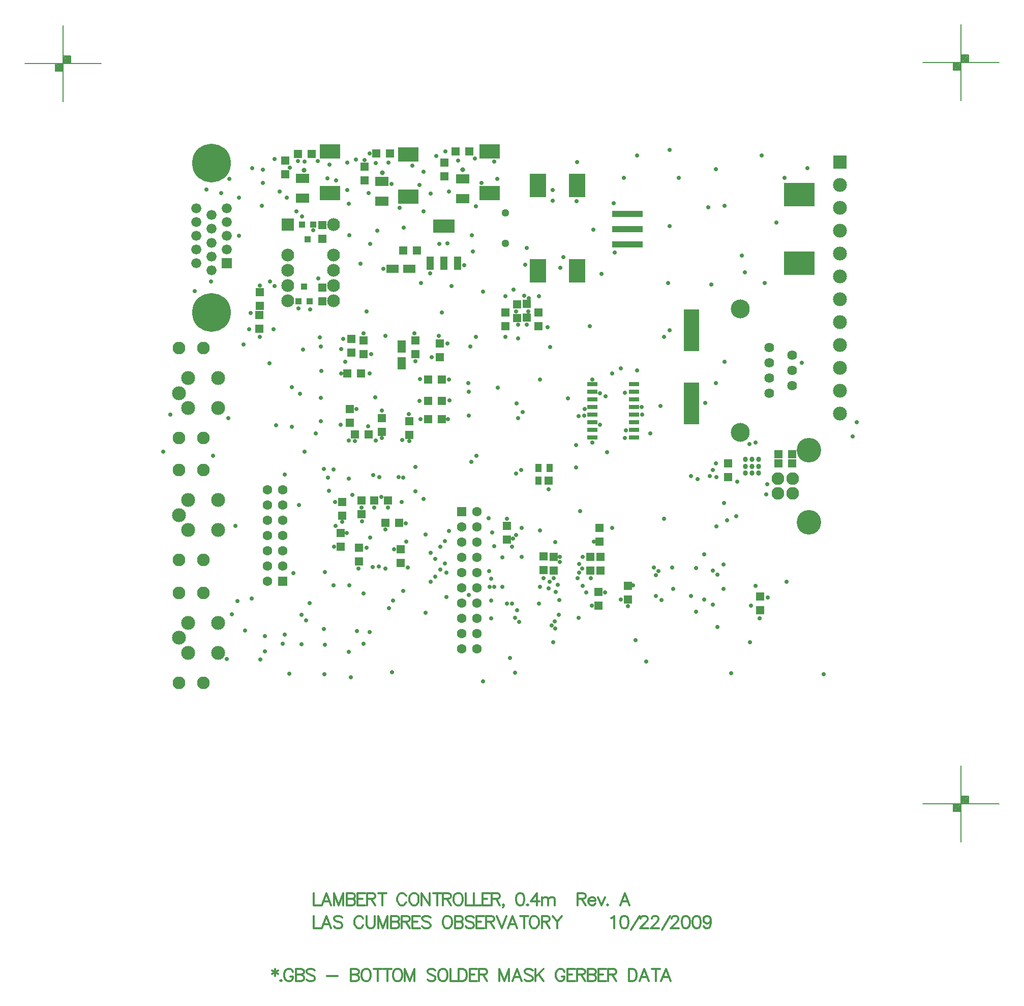
<source format=gbs>
%FSLAX23Y23*%
%MOIN*%
G70*
G01*
G75*
G04 Layer_Color=16711935*
%ADD10R,0.050X0.050*%
%ADD11R,0.035X0.053*%
%ADD12R,0.053X0.053*%
%ADD13R,0.050X0.050*%
%ADD14R,0.070X0.135*%
%ADD15O,0.087X0.024*%
%ADD16R,0.135X0.070*%
%ADD17R,0.030X0.125*%
%ADD18R,0.078X0.048*%
%ADD19R,0.067X0.040*%
%ADD20R,0.037X0.035*%
%ADD21R,0.037X0.035*%
%ADD22R,0.065X0.012*%
%ADD23R,0.065X0.024*%
%ADD24R,0.075X0.063*%
%ADD25R,0.063X0.106*%
%ADD26R,0.150X0.110*%
%ADD27O,0.028X0.018*%
%ADD28R,0.067X0.067*%
%ADD29R,0.125X0.170*%
%ADD30R,0.110X0.030*%
%ADD31R,0.067X0.014*%
%ADD32O,0.083X0.012*%
%ADD33O,0.012X0.083*%
%ADD34R,0.138X0.085*%
%ADD35R,0.043X0.085*%
%ADD36R,0.043X0.085*%
%ADD37R,0.047X0.055*%
%ADD38O,0.012X0.071*%
%ADD39O,0.071X0.012*%
%ADD40R,0.075X0.059*%
%ADD41R,0.017X0.017*%
%ADD42R,0.134X0.134*%
%ADD43O,0.010X0.035*%
%ADD44O,0.035X0.010*%
%ADD45C,0.005*%
%ADD46C,0.010*%
%ADD47C,0.040*%
%ADD48C,0.020*%
%ADD49C,0.012*%
%ADD50C,0.008*%
%ADD51C,0.012*%
%ADD52C,0.012*%
%ADD53C,0.120*%
%ADD54C,0.060*%
%ADD55C,0.079*%
%ADD56C,0.087*%
%ADD57C,0.020*%
%ADD58C,0.059*%
%ADD59R,0.059X0.059*%
%ADD60C,0.080*%
%ADD61R,0.080X0.080*%
%ADD62C,0.157*%
%ADD63C,0.047*%
%ADD64R,0.087X0.087*%
%ADD65C,0.250*%
%ADD66R,0.062X0.062*%
%ADD67C,0.062*%
%ADD68C,0.030*%
%ADD69C,0.024*%
%ADD70C,0.028*%
%ADD71C,0.090*%
%ADD72C,0.050*%
%ADD73C,0.130*%
%ADD74C,0.103*%
%ADD75C,0.071*%
%ADD76C,0.030*%
%ADD77C,0.055*%
G04:AMPARAMS|DCode=78|XSize=100mil|YSize=100mil|CornerRadius=0mil|HoleSize=0mil|Usage=FLASHONLY|Rotation=0.000|XOffset=0mil|YOffset=0mil|HoleType=Round|Shape=Relief|Width=10mil|Gap=10mil|Entries=4|*
%AMTHD78*
7,0,0,0.100,0.080,0.010,45*
%
%ADD78THD78*%
%ADD79C,0.111*%
%ADD80C,0.056*%
%ADD81C,0.147*%
%ADD82C,0.044*%
%ADD83C,0.059*%
%ADD84C,0.048*%
%ADD85C,0.067*%
%ADD86C,0.140*%
%ADD87C,0.055*%
%ADD88C,0.036*%
G04:AMPARAMS|DCode=89|XSize=70mil|YSize=70mil|CornerRadius=0mil|HoleSize=0mil|Usage=FLASHONLY|Rotation=0.000|XOffset=0mil|YOffset=0mil|HoleType=Round|Shape=Relief|Width=10mil|Gap=10mil|Entries=4|*
%AMTHD89*
7,0,0,0.070,0.050,0.010,45*
%
%ADD89THD89*%
%ADD90C,0.033*%
G04:AMPARAMS|DCode=91|XSize=90mil|YSize=90mil|CornerRadius=0mil|HoleSize=0mil|Usage=FLASHONLY|Rotation=0.000|XOffset=0mil|YOffset=0mil|HoleType=Round|Shape=Relief|Width=10mil|Gap=10mil|Entries=4|*
%AMTHD91*
7,0,0,0.090,0.070,0.010,45*
%
%ADD91THD91*%
G04:AMPARAMS|DCode=92|XSize=111.181mil|YSize=111.181mil|CornerRadius=0mil|HoleSize=0mil|Usage=FLASHONLY|Rotation=0.000|XOffset=0mil|YOffset=0mil|HoleType=Round|Shape=Relief|Width=10mil|Gap=10mil|Entries=4|*
%AMTHD92*
7,0,0,0.111,0.091,0.010,45*
%
%ADD92THD92*%
G04:AMPARAMS|DCode=93|XSize=95.433mil|YSize=95.433mil|CornerRadius=0mil|HoleSize=0mil|Usage=FLASHONLY|Rotation=0.000|XOffset=0mil|YOffset=0mil|HoleType=Round|Shape=Relief|Width=10mil|Gap=10mil|Entries=4|*
%AMTHD93*
7,0,0,0.095,0.075,0.010,45*
%
%ADD93THD93*%
G04:AMPARAMS|DCode=94|XSize=150.551mil|YSize=150.551mil|CornerRadius=0mil|HoleSize=0mil|Usage=FLASHONLY|Rotation=0.000|XOffset=0mil|YOffset=0mil|HoleType=Round|Shape=Relief|Width=10mil|Gap=10mil|Entries=4|*
%AMTHD94*
7,0,0,0.151,0.131,0.010,45*
%
%ADD94THD94*%
G04:AMPARAMS|DCode=95|XSize=96.221mil|YSize=96.221mil|CornerRadius=0mil|HoleSize=0mil|Usage=FLASHONLY|Rotation=0.000|XOffset=0mil|YOffset=0mil|HoleType=Round|Shape=Relief|Width=10mil|Gap=10mil|Entries=4|*
%AMTHD95*
7,0,0,0.096,0.076,0.010,45*
%
%ADD95THD95*%
G04:AMPARAMS|DCode=96|XSize=107.244mil|YSize=107.244mil|CornerRadius=0mil|HoleSize=0mil|Usage=FLASHONLY|Rotation=0.000|XOffset=0mil|YOffset=0mil|HoleType=Round|Shape=Relief|Width=10mil|Gap=10mil|Entries=4|*
%AMTHD96*
7,0,0,0.107,0.087,0.010,45*
%
%ADD96THD96*%
G04:AMPARAMS|DCode=97|XSize=180mil|YSize=180mil|CornerRadius=0mil|HoleSize=0mil|Usage=FLASHONLY|Rotation=0.000|XOffset=0mil|YOffset=0mil|HoleType=Round|Shape=Relief|Width=10mil|Gap=10mil|Entries=4|*
%AMTHD97*
7,0,0,0.180,0.160,0.010,45*
%
%ADD97THD97*%
G04:AMPARAMS|DCode=98|XSize=95mil|YSize=95mil|CornerRadius=0mil|HoleSize=0mil|Usage=FLASHONLY|Rotation=0.000|XOffset=0mil|YOffset=0mil|HoleType=Round|Shape=Relief|Width=10mil|Gap=10mil|Entries=4|*
%AMTHD98*
7,0,0,0.095,0.075,0.010,45*
%
%ADD98THD98*%
G04:AMPARAMS|DCode=99|XSize=75.748mil|YSize=75.748mil|CornerRadius=0mil|HoleSize=0mil|Usage=FLASHONLY|Rotation=0.000|XOffset=0mil|YOffset=0mil|HoleType=Round|Shape=Relief|Width=10mil|Gap=10mil|Entries=4|*
%AMTHD99*
7,0,0,0.076,0.056,0.010,45*
%
%ADD99THD99*%
G04:AMPARAMS|DCode=100|XSize=73mil|YSize=73mil|CornerRadius=0mil|HoleSize=0mil|Usage=FLASHONLY|Rotation=0.000|XOffset=0mil|YOffset=0mil|HoleType=Round|Shape=Relief|Width=10mil|Gap=10mil|Entries=4|*
%AMTHD100*
7,0,0,0.073,0.053,0.010,45*
%
%ADD100THD100*%
%ADD101R,0.048X0.078*%
%ADD102R,0.200X0.040*%
%ADD103R,0.200X0.150*%
%ADD104R,0.106X0.150*%
%ADD105R,0.086X0.060*%
%ADD106R,0.130X0.094*%
%ADD107R,0.098X0.268*%
%ADD108R,0.035X0.037*%
%ADD109R,0.035X0.037*%
%ADD110C,0.010*%
%ADD111C,0.010*%
%ADD112C,0.007*%
%ADD113C,0.008*%
%ADD114C,0.024*%
%ADD115C,0.012*%
%ADD116C,0.012*%
%ADD117R,0.280X0.130*%
%ADD118R,0.054X0.054*%
%ADD119R,0.039X0.057*%
%ADD120R,0.057X0.057*%
%ADD121R,0.054X0.054*%
%ADD122R,0.074X0.139*%
%ADD123O,0.091X0.028*%
%ADD124R,0.139X0.074*%
%ADD125R,0.034X0.129*%
%ADD126R,0.082X0.052*%
%ADD127R,0.071X0.044*%
%ADD128R,0.041X0.039*%
%ADD129R,0.041X0.039*%
%ADD130R,0.069X0.016*%
%ADD131R,0.069X0.028*%
%ADD132R,0.079X0.067*%
%ADD133R,0.067X0.110*%
%ADD134R,0.154X0.114*%
%ADD135O,0.032X0.022*%
%ADD136R,0.071X0.071*%
%ADD137R,0.129X0.174*%
%ADD138R,0.114X0.034*%
%ADD139R,0.071X0.018*%
%ADD140O,0.087X0.016*%
%ADD141O,0.016X0.087*%
%ADD142R,0.142X0.089*%
%ADD143R,0.047X0.089*%
%ADD144R,0.047X0.089*%
%ADD145R,0.051X0.059*%
%ADD146O,0.016X0.075*%
%ADD147O,0.075X0.016*%
%ADD148R,0.079X0.063*%
%ADD149R,0.021X0.021*%
%ADD150R,0.138X0.138*%
%ADD151O,0.014X0.039*%
%ADD152O,0.039X0.014*%
%ADD153C,0.124*%
%ADD154C,0.064*%
%ADD155C,0.083*%
%ADD156C,0.091*%
%ADD157C,0.063*%
%ADD158R,0.063X0.063*%
%ADD159C,0.084*%
%ADD160R,0.084X0.084*%
%ADD161C,0.161*%
%ADD162R,0.004X0.004*%
%ADD163C,0.004*%
%ADD164C,0.051*%
%ADD165R,0.091X0.091*%
%ADD166C,0.254*%
%ADD167R,0.066X0.066*%
%ADD168C,0.066*%
%ADD169C,0.034*%
%ADD170C,0.032*%
%ADD171R,0.052X0.082*%
%ADD172R,0.204X0.044*%
%ADD173R,0.204X0.154*%
%ADD174R,0.110X0.154*%
%ADD175R,0.090X0.064*%
%ADD176R,0.134X0.098*%
%ADD177R,0.102X0.272*%
%ADD178R,0.039X0.041*%
%ADD179R,0.039X0.041*%
D49*
X19300Y7993D02*
Y7947D01*
X19281Y7982D02*
X19319Y7959D01*
Y7982D02*
X19281Y7959D01*
X19339Y7921D02*
X19335Y7917D01*
X19339Y7913D01*
X19343Y7917D01*
X19339Y7921D01*
X19418Y7974D02*
X19414Y7982D01*
X19406Y7989D01*
X19399Y7993D01*
X19383D01*
X19376Y7989D01*
X19368Y7982D01*
X19364Y7974D01*
X19361Y7963D01*
Y7943D01*
X19364Y7932D01*
X19368Y7924D01*
X19376Y7917D01*
X19383Y7913D01*
X19399D01*
X19406Y7917D01*
X19414Y7924D01*
X19418Y7932D01*
Y7943D01*
X19399D02*
X19418D01*
X19436Y7993D02*
Y7913D01*
Y7993D02*
X19470D01*
X19482Y7989D01*
X19486Y7985D01*
X19489Y7978D01*
Y7970D01*
X19486Y7963D01*
X19482Y7959D01*
X19470Y7955D01*
X19436D02*
X19470D01*
X19482Y7951D01*
X19486Y7947D01*
X19489Y7940D01*
Y7928D01*
X19486Y7921D01*
X19482Y7917D01*
X19470Y7913D01*
X19436D01*
X19561Y7982D02*
X19553Y7989D01*
X19542Y7993D01*
X19526D01*
X19515Y7989D01*
X19507Y7982D01*
Y7974D01*
X19511Y7966D01*
X19515Y7963D01*
X19522Y7959D01*
X19545Y7951D01*
X19553Y7947D01*
X19557Y7943D01*
X19561Y7936D01*
Y7924D01*
X19553Y7917D01*
X19542Y7913D01*
X19526D01*
X19515Y7917D01*
X19507Y7924D01*
X19641Y7947D02*
X19710D01*
X19796Y7993D02*
Y7913D01*
Y7993D02*
X19831D01*
X19842Y7989D01*
X19846Y7985D01*
X19850Y7978D01*
Y7970D01*
X19846Y7963D01*
X19842Y7959D01*
X19831Y7955D01*
X19796D02*
X19831D01*
X19842Y7951D01*
X19846Y7947D01*
X19850Y7940D01*
Y7928D01*
X19846Y7921D01*
X19842Y7917D01*
X19831Y7913D01*
X19796D01*
X19890Y7993D02*
X19883Y7989D01*
X19875Y7982D01*
X19871Y7974D01*
X19868Y7963D01*
Y7943D01*
X19871Y7932D01*
X19875Y7924D01*
X19883Y7917D01*
X19890Y7913D01*
X19906D01*
X19913Y7917D01*
X19921Y7924D01*
X19925Y7932D01*
X19928Y7943D01*
Y7963D01*
X19925Y7974D01*
X19921Y7982D01*
X19913Y7989D01*
X19906Y7993D01*
X19890D01*
X19974D02*
Y7913D01*
X19947Y7993D02*
X20000D01*
X20037D02*
Y7913D01*
X20010Y7993D02*
X20063D01*
X20096D02*
X20088Y7989D01*
X20080Y7982D01*
X20077Y7974D01*
X20073Y7963D01*
Y7943D01*
X20077Y7932D01*
X20080Y7924D01*
X20088Y7917D01*
X20096Y7913D01*
X20111D01*
X20119Y7917D01*
X20126Y7924D01*
X20130Y7932D01*
X20134Y7943D01*
Y7963D01*
X20130Y7974D01*
X20126Y7982D01*
X20119Y7989D01*
X20111Y7993D01*
X20096D01*
X20152D02*
Y7913D01*
Y7993D02*
X20183Y7913D01*
X20213Y7993D02*
X20183Y7913D01*
X20213Y7993D02*
Y7913D01*
X20352Y7982D02*
X20345Y7989D01*
X20333Y7993D01*
X20318D01*
X20307Y7989D01*
X20299Y7982D01*
Y7974D01*
X20303Y7966D01*
X20307Y7963D01*
X20314Y7959D01*
X20337Y7951D01*
X20345Y7947D01*
X20349Y7943D01*
X20352Y7936D01*
Y7924D01*
X20345Y7917D01*
X20333Y7913D01*
X20318D01*
X20307Y7917D01*
X20299Y7924D01*
X20393Y7993D02*
X20386Y7989D01*
X20378Y7982D01*
X20374Y7974D01*
X20370Y7963D01*
Y7943D01*
X20374Y7932D01*
X20378Y7924D01*
X20386Y7917D01*
X20393Y7913D01*
X20408D01*
X20416Y7917D01*
X20424Y7924D01*
X20427Y7932D01*
X20431Y7943D01*
Y7963D01*
X20427Y7974D01*
X20424Y7982D01*
X20416Y7989D01*
X20408Y7993D01*
X20393D01*
X20450D02*
Y7913D01*
X20496D01*
X20504Y7993D02*
Y7913D01*
Y7993D02*
X20531D01*
X20542Y7989D01*
X20550Y7982D01*
X20554Y7974D01*
X20558Y7963D01*
Y7943D01*
X20554Y7932D01*
X20550Y7924D01*
X20542Y7917D01*
X20531Y7913D01*
X20504D01*
X20625Y7993D02*
X20576D01*
Y7913D01*
X20625D01*
X20576Y7955D02*
X20606D01*
X20638Y7993D02*
Y7913D01*
Y7993D02*
X20673D01*
X20684Y7989D01*
X20688Y7985D01*
X20692Y7978D01*
Y7970D01*
X20688Y7963D01*
X20684Y7959D01*
X20673Y7955D01*
X20638D01*
X20665D02*
X20692Y7913D01*
X20772Y7993D02*
Y7913D01*
Y7993D02*
X20803Y7913D01*
X20833Y7993D02*
X20803Y7913D01*
X20833Y7993D02*
Y7913D01*
X20917D02*
X20887Y7993D01*
X20856Y7913D01*
X20868Y7940D02*
X20906D01*
X20989Y7982D02*
X20982Y7989D01*
X20970Y7993D01*
X20955D01*
X20944Y7989D01*
X20936Y7982D01*
Y7974D01*
X20940Y7966D01*
X20944Y7963D01*
X20951Y7959D01*
X20974Y7951D01*
X20982Y7947D01*
X20985Y7943D01*
X20989Y7936D01*
Y7924D01*
X20982Y7917D01*
X20970Y7913D01*
X20955D01*
X20944Y7917D01*
X20936Y7924D01*
X21007Y7993D02*
Y7913D01*
X21060Y7993D02*
X21007Y7940D01*
X21026Y7959D02*
X21060Y7913D01*
X21198Y7974D02*
X21194Y7982D01*
X21187Y7989D01*
X21179Y7993D01*
X21164D01*
X21156Y7989D01*
X21149Y7982D01*
X21145Y7974D01*
X21141Y7963D01*
Y7943D01*
X21145Y7932D01*
X21149Y7924D01*
X21156Y7917D01*
X21164Y7913D01*
X21179D01*
X21187Y7917D01*
X21194Y7924D01*
X21198Y7932D01*
Y7943D01*
X21179D02*
X21198D01*
X21266Y7993D02*
X21217D01*
Y7913D01*
X21266D01*
X21217Y7955D02*
X21247D01*
X21279Y7993D02*
Y7913D01*
Y7993D02*
X21314D01*
X21325Y7989D01*
X21329Y7985D01*
X21333Y7978D01*
Y7970D01*
X21329Y7963D01*
X21325Y7959D01*
X21314Y7955D01*
X21279D01*
X21306D02*
X21333Y7913D01*
X21351Y7993D02*
Y7913D01*
Y7993D02*
X21385D01*
X21396Y7989D01*
X21400Y7985D01*
X21404Y7978D01*
Y7970D01*
X21400Y7963D01*
X21396Y7959D01*
X21385Y7955D01*
X21351D02*
X21385D01*
X21396Y7951D01*
X21400Y7947D01*
X21404Y7940D01*
Y7928D01*
X21400Y7921D01*
X21396Y7917D01*
X21385Y7913D01*
X21351D01*
X21471Y7993D02*
X21422D01*
Y7913D01*
X21471D01*
X21422Y7955D02*
X21452D01*
X21485Y7993D02*
Y7913D01*
Y7993D02*
X21519D01*
X21530Y7989D01*
X21534Y7985D01*
X21538Y7978D01*
Y7970D01*
X21534Y7963D01*
X21530Y7959D01*
X21519Y7955D01*
X21485D01*
X21511D02*
X21538Y7913D01*
X21619Y7993D02*
Y7913D01*
Y7993D02*
X21645D01*
X21657Y7989D01*
X21664Y7982D01*
X21668Y7974D01*
X21672Y7963D01*
Y7943D01*
X21668Y7932D01*
X21664Y7924D01*
X21657Y7917D01*
X21645Y7913D01*
X21619D01*
X21751D02*
X21720Y7993D01*
X21690Y7913D01*
X21701Y7940D02*
X21740D01*
X21796Y7993D02*
Y7913D01*
X21770Y7993D02*
X21823D01*
X21893Y7913D02*
X21863Y7993D01*
X21832Y7913D01*
X21844Y7940D02*
X21882D01*
D50*
X17886Y13902D02*
Y13912D01*
X17881Y13902D02*
X17891D01*
Y13912D01*
X17881D02*
X17891D01*
X17881Y13902D02*
Y13912D01*
Y13897D02*
X17896D01*
Y13917D01*
X17876D02*
X17896D01*
X17876Y13897D02*
Y13917D01*
Y13892D02*
X17901D01*
Y13922D01*
X17871D02*
X17901D01*
X17871Y13892D02*
Y13922D01*
X17866Y13887D02*
X17906D01*
Y13927D01*
X17866D02*
X17906D01*
X17866Y13887D02*
Y13927D01*
X17936Y13952D02*
Y13962D01*
X17931Y13952D02*
X17941D01*
Y13962D01*
X17931D02*
X17941D01*
X17931Y13952D02*
Y13962D01*
Y13947D02*
X17946D01*
Y13967D01*
X17926D02*
X17946D01*
X17926Y13947D02*
Y13967D01*
Y13942D02*
X17951D01*
Y13972D01*
X17921D02*
X17951D01*
X17921Y13942D02*
Y13972D01*
X17916Y13937D02*
X17956D01*
Y13977D01*
X17916D02*
X17956D01*
X17916Y13937D02*
Y13977D01*
X17961Y13932D02*
Y13982D01*
X17911D02*
X17961D01*
X17861Y13882D02*
Y13932D01*
Y13882D02*
X17911D01*
X17661Y13932D02*
X18161D01*
X17911Y13682D02*
Y14182D01*
X23773Y13910D02*
Y13920D01*
X23768Y13910D02*
X23778D01*
Y13920D01*
X23768D02*
X23778D01*
X23768Y13910D02*
Y13920D01*
Y13905D02*
X23783D01*
Y13925D01*
X23763D02*
X23783D01*
X23763Y13905D02*
Y13925D01*
Y13900D02*
X23788D01*
Y13930D01*
X23758D02*
X23788D01*
X23758Y13900D02*
Y13930D01*
X23753Y13895D02*
X23793D01*
Y13935D01*
X23753D02*
X23793D01*
X23753Y13895D02*
Y13935D01*
X23823Y13960D02*
Y13970D01*
X23818Y13960D02*
X23828D01*
Y13970D01*
X23818D02*
X23828D01*
X23818Y13960D02*
Y13970D01*
Y13955D02*
X23833D01*
Y13975D01*
X23813D02*
X23833D01*
X23813Y13955D02*
Y13975D01*
Y13950D02*
X23838D01*
Y13980D01*
X23808D02*
X23838D01*
X23808Y13950D02*
Y13980D01*
X23803Y13945D02*
X23843D01*
Y13985D01*
X23803D02*
X23843D01*
X23803Y13945D02*
Y13985D01*
X23848Y13940D02*
Y13990D01*
X23798D02*
X23848D01*
X23748Y13890D02*
Y13940D01*
Y13890D02*
X23798D01*
X23548Y13940D02*
X24048D01*
X23798Y13690D02*
Y14190D01*
X23773Y9047D02*
Y9057D01*
X23768Y9047D02*
X23778D01*
Y9057D01*
X23768D02*
X23778D01*
X23768Y9047D02*
Y9057D01*
Y9042D02*
X23783D01*
Y9062D01*
X23763D02*
X23783D01*
X23763Y9042D02*
Y9062D01*
Y9037D02*
X23788D01*
Y9067D01*
X23758D02*
X23788D01*
X23758Y9037D02*
Y9067D01*
X23753Y9032D02*
X23793D01*
Y9072D01*
X23753D02*
X23793D01*
X23753Y9032D02*
Y9072D01*
X23823Y9097D02*
Y9107D01*
X23818Y9097D02*
X23828D01*
Y9107D01*
X23818D02*
X23828D01*
X23818Y9097D02*
Y9107D01*
Y9092D02*
X23833D01*
Y9112D01*
X23813D02*
X23833D01*
X23813Y9092D02*
Y9112D01*
Y9087D02*
X23838D01*
Y9117D01*
X23808D02*
X23838D01*
X23808Y9087D02*
Y9117D01*
X23803Y9082D02*
X23843D01*
Y9122D01*
X23803D02*
X23843D01*
X23803Y9082D02*
Y9122D01*
X23848Y9077D02*
Y9127D01*
X23798D02*
X23848D01*
X23748Y9027D02*
Y9077D01*
Y9027D02*
X23798D01*
X23548Y9077D02*
X24048D01*
X23798Y8827D02*
Y9327D01*
D51*
X19553Y8341D02*
Y8261D01*
X19599D01*
X19668D02*
X19638Y8341D01*
X19607Y8261D01*
X19619Y8287D02*
X19657D01*
X19740Y8329D02*
X19733Y8337D01*
X19721Y8341D01*
X19706D01*
X19695Y8337D01*
X19687Y8329D01*
Y8322D01*
X19691Y8314D01*
X19695Y8310D01*
X19702Y8306D01*
X19725Y8299D01*
X19733Y8295D01*
X19737Y8291D01*
X19740Y8283D01*
Y8272D01*
X19733Y8264D01*
X19721Y8261D01*
X19706D01*
X19695Y8264D01*
X19687Y8272D01*
X19878Y8322D02*
X19874Y8329D01*
X19867Y8337D01*
X19859Y8341D01*
X19844D01*
X19836Y8337D01*
X19829Y8329D01*
X19825Y8322D01*
X19821Y8310D01*
Y8291D01*
X19825Y8280D01*
X19829Y8272D01*
X19836Y8264D01*
X19844Y8261D01*
X19859D01*
X19867Y8264D01*
X19874Y8272D01*
X19878Y8280D01*
X19901Y8341D02*
Y8283D01*
X19905Y8272D01*
X19912Y8264D01*
X19924Y8261D01*
X19931D01*
X19943Y8264D01*
X19950Y8272D01*
X19954Y8283D01*
Y8341D01*
X19976D02*
Y8261D01*
Y8341D02*
X20007Y8261D01*
X20037Y8341D02*
X20007Y8261D01*
X20037Y8341D02*
Y8261D01*
X20060Y8341D02*
Y8261D01*
Y8341D02*
X20094D01*
X20106Y8337D01*
X20109Y8333D01*
X20113Y8325D01*
Y8318D01*
X20109Y8310D01*
X20106Y8306D01*
X20094Y8302D01*
X20060D02*
X20094D01*
X20106Y8299D01*
X20109Y8295D01*
X20113Y8287D01*
Y8276D01*
X20109Y8268D01*
X20106Y8264D01*
X20094Y8261D01*
X20060D01*
X20131Y8341D02*
Y8261D01*
Y8341D02*
X20165D01*
X20177Y8337D01*
X20181Y8333D01*
X20185Y8325D01*
Y8318D01*
X20181Y8310D01*
X20177Y8306D01*
X20165Y8302D01*
X20131D01*
X20158D02*
X20185Y8261D01*
X20252Y8341D02*
X20202D01*
Y8261D01*
X20252D01*
X20202Y8302D02*
X20233D01*
X20319Y8329D02*
X20311Y8337D01*
X20300Y8341D01*
X20284D01*
X20273Y8337D01*
X20265Y8329D01*
Y8322D01*
X20269Y8314D01*
X20273Y8310D01*
X20280Y8306D01*
X20303Y8299D01*
X20311Y8295D01*
X20315Y8291D01*
X20319Y8283D01*
Y8272D01*
X20311Y8264D01*
X20300Y8261D01*
X20284D01*
X20273Y8264D01*
X20265Y8272D01*
X20422Y8341D02*
X20415Y8337D01*
X20407Y8329D01*
X20403Y8322D01*
X20399Y8310D01*
Y8291D01*
X20403Y8280D01*
X20407Y8272D01*
X20415Y8264D01*
X20422Y8261D01*
X20437D01*
X20445Y8264D01*
X20453Y8272D01*
X20456Y8280D01*
X20460Y8291D01*
Y8310D01*
X20456Y8322D01*
X20453Y8329D01*
X20445Y8337D01*
X20437Y8341D01*
X20422D01*
X20479D02*
Y8261D01*
Y8341D02*
X20513D01*
X20525Y8337D01*
X20528Y8333D01*
X20532Y8325D01*
Y8318D01*
X20528Y8310D01*
X20525Y8306D01*
X20513Y8302D01*
X20479D02*
X20513D01*
X20525Y8299D01*
X20528Y8295D01*
X20532Y8287D01*
Y8276D01*
X20528Y8268D01*
X20525Y8264D01*
X20513Y8261D01*
X20479D01*
X20603Y8329D02*
X20596Y8337D01*
X20584Y8341D01*
X20569D01*
X20558Y8337D01*
X20550Y8329D01*
Y8322D01*
X20554Y8314D01*
X20558Y8310D01*
X20565Y8306D01*
X20588Y8299D01*
X20596Y8295D01*
X20600Y8291D01*
X20603Y8283D01*
Y8272D01*
X20596Y8264D01*
X20584Y8261D01*
X20569D01*
X20558Y8264D01*
X20550Y8272D01*
X20671Y8341D02*
X20621D01*
Y8261D01*
X20671D01*
X20621Y8302D02*
X20652D01*
X20684Y8341D02*
Y8261D01*
Y8341D02*
X20718D01*
X20730Y8337D01*
X20734Y8333D01*
X20738Y8325D01*
Y8318D01*
X20734Y8310D01*
X20730Y8306D01*
X20718Y8302D01*
X20684D01*
X20711D02*
X20738Y8261D01*
X20755Y8341D02*
X20786Y8261D01*
X20816Y8341D02*
X20786Y8261D01*
X20888D02*
X20857Y8341D01*
X20827Y8261D01*
X20838Y8287D02*
X20876D01*
X20933Y8341D02*
Y8261D01*
X20906Y8341D02*
X20960D01*
X20992D02*
X20984Y8337D01*
X20977Y8329D01*
X20973Y8322D01*
X20969Y8310D01*
Y8291D01*
X20973Y8280D01*
X20977Y8272D01*
X20984Y8264D01*
X20992Y8261D01*
X21007D01*
X21015Y8264D01*
X21022Y8272D01*
X21026Y8280D01*
X21030Y8291D01*
Y8310D01*
X21026Y8322D01*
X21022Y8329D01*
X21015Y8337D01*
X21007Y8341D01*
X20992D01*
X21049D02*
Y8261D01*
Y8341D02*
X21083D01*
X21094Y8337D01*
X21098Y8333D01*
X21102Y8325D01*
Y8318D01*
X21098Y8310D01*
X21094Y8306D01*
X21083Y8302D01*
X21049D01*
X21075D02*
X21102Y8261D01*
X21120Y8341D02*
X21150Y8302D01*
Y8261D01*
X21181Y8341D02*
X21150Y8302D01*
X21505Y8325D02*
X21513Y8329D01*
X21524Y8341D01*
Y8261D01*
X21587Y8341D02*
X21575Y8337D01*
X21568Y8325D01*
X21564Y8306D01*
Y8295D01*
X21568Y8276D01*
X21575Y8264D01*
X21587Y8261D01*
X21594D01*
X21606Y8264D01*
X21614Y8276D01*
X21617Y8295D01*
Y8306D01*
X21614Y8325D01*
X21606Y8337D01*
X21594Y8341D01*
X21587D01*
X21635Y8249D02*
X21689Y8341D01*
X21698Y8322D02*
Y8325D01*
X21702Y8333D01*
X21705Y8337D01*
X21713Y8341D01*
X21728D01*
X21736Y8337D01*
X21740Y8333D01*
X21743Y8325D01*
Y8318D01*
X21740Y8310D01*
X21732Y8299D01*
X21694Y8261D01*
X21747D01*
X21769Y8322D02*
Y8325D01*
X21773Y8333D01*
X21777Y8337D01*
X21784Y8341D01*
X21799D01*
X21807Y8337D01*
X21811Y8333D01*
X21815Y8325D01*
Y8318D01*
X21811Y8310D01*
X21803Y8299D01*
X21765Y8261D01*
X21818D01*
X21836Y8249D02*
X21890Y8341D01*
X21899Y8322D02*
Y8325D01*
X21903Y8333D01*
X21906Y8337D01*
X21914Y8341D01*
X21929D01*
X21937Y8337D01*
X21941Y8333D01*
X21945Y8325D01*
Y8318D01*
X21941Y8310D01*
X21933Y8299D01*
X21895Y8261D01*
X21948D01*
X21989Y8341D02*
X21978Y8337D01*
X21970Y8325D01*
X21966Y8306D01*
Y8295D01*
X21970Y8276D01*
X21978Y8264D01*
X21989Y8261D01*
X21997D01*
X22008Y8264D01*
X22016Y8276D01*
X22020Y8295D01*
Y8306D01*
X22016Y8325D01*
X22008Y8337D01*
X21997Y8341D01*
X21989D01*
X22060D02*
X22049Y8337D01*
X22041Y8325D01*
X22037Y8306D01*
Y8295D01*
X22041Y8276D01*
X22049Y8264D01*
X22060Y8261D01*
X22068D01*
X22079Y8264D01*
X22087Y8276D01*
X22091Y8295D01*
Y8306D01*
X22087Y8325D01*
X22079Y8337D01*
X22068Y8341D01*
X22060D01*
X22158Y8314D02*
X22154Y8302D01*
X22147Y8295D01*
X22135Y8291D01*
X22132D01*
X22120Y8295D01*
X22112Y8302D01*
X22109Y8314D01*
Y8318D01*
X22112Y8329D01*
X22120Y8337D01*
X22132Y8341D01*
X22135D01*
X22147Y8337D01*
X22154Y8329D01*
X22158Y8314D01*
Y8295D01*
X22154Y8276D01*
X22147Y8264D01*
X22135Y8261D01*
X22128D01*
X22116Y8264D01*
X22112Y8272D01*
D52*
X19553Y8491D02*
Y8411D01*
X19599D01*
X19668D02*
X19638Y8491D01*
X19607Y8411D01*
X19619Y8437D02*
X19657D01*
X19687Y8491D02*
Y8411D01*
Y8491D02*
X19718Y8411D01*
X19748Y8491D02*
X19718Y8411D01*
X19748Y8491D02*
Y8411D01*
X19771Y8491D02*
Y8411D01*
Y8491D02*
X19805D01*
X19817Y8487D01*
X19820Y8483D01*
X19824Y8475D01*
Y8468D01*
X19820Y8460D01*
X19817Y8456D01*
X19805Y8452D01*
X19771D02*
X19805D01*
X19817Y8449D01*
X19820Y8445D01*
X19824Y8437D01*
Y8426D01*
X19820Y8418D01*
X19817Y8414D01*
X19805Y8411D01*
X19771D01*
X19892Y8491D02*
X19842D01*
Y8411D01*
X19892D01*
X19842Y8452D02*
X19873D01*
X19905Y8491D02*
Y8411D01*
Y8491D02*
X19939D01*
X19951Y8487D01*
X19954Y8483D01*
X19958Y8475D01*
Y8468D01*
X19954Y8460D01*
X19951Y8456D01*
X19939Y8452D01*
X19905D01*
X19932D02*
X19958Y8411D01*
X20003Y8491D02*
Y8411D01*
X19976Y8491D02*
X20030D01*
X20159Y8472D02*
X20155Y8479D01*
X20148Y8487D01*
X20140Y8491D01*
X20125D01*
X20117Y8487D01*
X20109Y8479D01*
X20106Y8472D01*
X20102Y8460D01*
Y8441D01*
X20106Y8430D01*
X20109Y8422D01*
X20117Y8414D01*
X20125Y8411D01*
X20140D01*
X20148Y8414D01*
X20155Y8422D01*
X20159Y8430D01*
X20204Y8491D02*
X20197Y8487D01*
X20189Y8479D01*
X20185Y8472D01*
X20181Y8460D01*
Y8441D01*
X20185Y8430D01*
X20189Y8422D01*
X20197Y8414D01*
X20204Y8411D01*
X20220D01*
X20227Y8414D01*
X20235Y8422D01*
X20239Y8430D01*
X20242Y8441D01*
Y8460D01*
X20239Y8472D01*
X20235Y8479D01*
X20227Y8487D01*
X20220Y8491D01*
X20204D01*
X20261D02*
Y8411D01*
Y8491D02*
X20314Y8411D01*
Y8491D02*
Y8411D01*
X20363Y8491D02*
Y8411D01*
X20336Y8491D02*
X20390D01*
X20399D02*
Y8411D01*
Y8491D02*
X20434D01*
X20445Y8487D01*
X20449Y8483D01*
X20453Y8475D01*
Y8468D01*
X20449Y8460D01*
X20445Y8456D01*
X20434Y8452D01*
X20399D01*
X20426D02*
X20453Y8411D01*
X20493Y8491D02*
X20486Y8487D01*
X20478Y8479D01*
X20474Y8472D01*
X20471Y8460D01*
Y8441D01*
X20474Y8430D01*
X20478Y8422D01*
X20486Y8414D01*
X20493Y8411D01*
X20509D01*
X20516Y8414D01*
X20524Y8422D01*
X20528Y8430D01*
X20531Y8441D01*
Y8460D01*
X20528Y8472D01*
X20524Y8479D01*
X20516Y8487D01*
X20509Y8491D01*
X20493D01*
X20550D02*
Y8411D01*
X20596D01*
X20605Y8491D02*
Y8411D01*
X20650D01*
X20709Y8491D02*
X20659D01*
Y8411D01*
X20709D01*
X20659Y8452D02*
X20690D01*
X20722Y8491D02*
Y8411D01*
Y8491D02*
X20756D01*
X20768Y8487D01*
X20771Y8483D01*
X20775Y8475D01*
Y8468D01*
X20771Y8460D01*
X20768Y8456D01*
X20756Y8452D01*
X20722D01*
X20749D02*
X20775Y8411D01*
X20801Y8414D02*
X20797Y8411D01*
X20793Y8414D01*
X20797Y8418D01*
X20801Y8414D01*
Y8407D01*
X20797Y8399D01*
X20793Y8395D01*
X20904Y8491D02*
X20893Y8487D01*
X20885Y8475D01*
X20881Y8456D01*
Y8445D01*
X20885Y8426D01*
X20893Y8414D01*
X20904Y8411D01*
X20912D01*
X20923Y8414D01*
X20931Y8426D01*
X20934Y8445D01*
Y8456D01*
X20931Y8475D01*
X20923Y8487D01*
X20912Y8491D01*
X20904D01*
X20956Y8418D02*
X20952Y8414D01*
X20956Y8411D01*
X20960Y8414D01*
X20956Y8418D01*
X21016Y8491D02*
X20977Y8437D01*
X21035D01*
X21016Y8491D02*
Y8411D01*
X21049Y8464D02*
Y8411D01*
Y8449D02*
X21060Y8460D01*
X21068Y8464D01*
X21079D01*
X21087Y8460D01*
X21091Y8449D01*
Y8411D01*
Y8449D02*
X21102Y8460D01*
X21110Y8464D01*
X21121D01*
X21129Y8460D01*
X21133Y8449D01*
Y8411D01*
X21283Y8491D02*
Y8411D01*
Y8491D02*
X21318D01*
X21329Y8487D01*
X21333Y8483D01*
X21337Y8475D01*
Y8468D01*
X21333Y8460D01*
X21329Y8456D01*
X21318Y8452D01*
X21283D01*
X21310D02*
X21337Y8411D01*
X21355Y8441D02*
X21400D01*
Y8449D01*
X21396Y8456D01*
X21393Y8460D01*
X21385Y8464D01*
X21374D01*
X21366Y8460D01*
X21358Y8452D01*
X21355Y8441D01*
Y8433D01*
X21358Y8422D01*
X21366Y8414D01*
X21374Y8411D01*
X21385D01*
X21393Y8414D01*
X21400Y8422D01*
X21417Y8464D02*
X21440Y8411D01*
X21463Y8464D02*
X21440Y8411D01*
X21480Y8418D02*
X21476Y8414D01*
X21480Y8411D01*
X21484Y8414D01*
X21480Y8418D01*
X21625Y8411D02*
X21594Y8491D01*
X21564Y8411D01*
X21575Y8437D02*
X21614D01*
D69*
X20446Y12883D02*
D03*
X20406D02*
D03*
X20367D02*
D03*
Y12843D02*
D03*
X20406D02*
D03*
X20446D02*
D03*
D70*
X19308Y11561D02*
D03*
X19105Y10212D02*
D03*
X21136Y10226D02*
D03*
X19018Y10319D02*
D03*
X21113Y10248D02*
D03*
X20287Y10842D02*
D03*
Y10329D02*
D03*
X19147Y10423D02*
D03*
X20900Y10270D02*
D03*
X21135Y10272D02*
D03*
X21289Y10297D02*
D03*
X21124Y10136D02*
D03*
X21160Y10318D02*
D03*
X22410Y11435D02*
D03*
X22420Y10378D02*
D03*
X19527Y10393D02*
D03*
X20717Y10292D02*
D03*
X20718Y10409D02*
D03*
X21164Y10414D02*
D03*
X21431Y11562D02*
D03*
X21341Y10462D02*
D03*
X20075Y10410D02*
D03*
X21142Y10467D02*
D03*
X21318Y10508D02*
D03*
X22654Y10532D02*
D03*
X21094Y10490D02*
D03*
X20425Y10433D02*
D03*
X20424Y10592D02*
D03*
X20569Y10445D02*
D03*
X21154Y10514D02*
D03*
X20736Y10767D02*
D03*
Y10500D02*
D03*
X21284Y10557D02*
D03*
X20702Y10951D02*
D03*
X20703Y10602D02*
D03*
X20140Y10473D02*
D03*
X21099Y10533D02*
D03*
X20352Y10682D02*
D03*
X20351Y10568D02*
D03*
X20385Y10762D02*
D03*
X20384Y10612D02*
D03*
X21294Y10650D02*
D03*
X20413Y10800D02*
D03*
Y10652D02*
D03*
X21167Y10663D02*
D03*
X21103Y12073D02*
D03*
X21138Y10792D02*
D03*
X22060Y10336D02*
D03*
Y10622D02*
D03*
X22241Y10485D02*
D03*
Y10647D02*
D03*
X21785Y10628D02*
D03*
X22171Y10384D02*
D03*
X22169Y10605D02*
D03*
X21813Y10603D02*
D03*
X22027Y10440D02*
D03*
X21796Y10578D02*
D03*
X21568Y11933D02*
D03*
Y10415D02*
D03*
X22199Y10237D02*
D03*
X22200Y10581D02*
D03*
X21905Y10627D02*
D03*
X21909Y10485D02*
D03*
X22114Y10712D02*
D03*
Y10415D02*
D03*
X20862Y10815D02*
D03*
X19998Y11089D02*
D03*
X19951Y11021D02*
D03*
X19693Y11058D02*
D03*
X19869Y10931D02*
D03*
X19740Y10926D02*
D03*
X19696Y10899D02*
D03*
X19772Y10853D02*
D03*
X19686Y10763D02*
D03*
X19900Y10758D02*
D03*
X19846Y10619D02*
D03*
X20079Y10748D02*
D03*
X20170Y10625D02*
D03*
X20025Y10878D02*
D03*
X20157Y10917D02*
D03*
X19945Y11232D02*
D03*
X19957Y11742D02*
D03*
X20893Y11605D02*
D03*
X20885Y11704D02*
D03*
X21648Y10509D02*
D03*
X21613Y10372D02*
D03*
X21463Y10464D02*
D03*
X21377Y10377D02*
D03*
X21390Y10798D02*
D03*
X21369Y10557D02*
D03*
X21317Y10698D02*
D03*
X21060Y10557D02*
D03*
X21127Y10558D02*
D03*
X21166Y10698D02*
D03*
X20258Y12492D02*
D03*
X19220Y13238D02*
D03*
X19222Y13149D02*
D03*
X19774Y13282D02*
D03*
Y13104D02*
D03*
X20275Y13224D02*
D03*
X20320Y13079D02*
D03*
X19494Y13291D02*
D03*
X19452Y13292D02*
D03*
X19398Y13249D02*
D03*
X19644Y13180D02*
D03*
X19376Y13052D02*
D03*
X19699Y13165D02*
D03*
X21468Y11750D02*
D03*
X21330Y11668D02*
D03*
X21601Y11528D02*
D03*
X21289Y11620D02*
D03*
X21380Y11446D02*
D03*
X21478Y11382D02*
D03*
X19599Y11586D02*
D03*
X19602Y11741D02*
D03*
X19604Y11917D02*
D03*
X19599Y12076D02*
D03*
X19901Y12306D02*
D03*
X20393Y12301D02*
D03*
X20579Y12076D02*
D03*
X20568Y11838D02*
D03*
X20572Y11781D02*
D03*
X20570Y11623D02*
D03*
X20586Y11321D02*
D03*
X20135Y11463D02*
D03*
X19961Y11459D02*
D03*
X19785D02*
D03*
X19919Y11901D02*
D03*
X19930Y12026D02*
D03*
X19748Y12125D02*
D03*
X20220Y11979D02*
D03*
X20328Y12006D02*
D03*
X20252Y11862D02*
D03*
X20247Y11719D02*
D03*
X20253Y11600D02*
D03*
X20178Y11633D02*
D03*
X19999Y11656D02*
D03*
X19912Y11553D02*
D03*
X19835Y11665D02*
D03*
X19824Y11456D02*
D03*
X19731Y11564D02*
D03*
X19734Y11900D02*
D03*
X19735Y12059D02*
D03*
X19881Y12164D02*
D03*
X20215Y12162D02*
D03*
X20375Y12147D02*
D03*
X20432Y12095D02*
D03*
X20440Y11860D02*
D03*
X20443Y11722D02*
D03*
X20434Y11600D02*
D03*
X20179Y11455D02*
D03*
X19999Y11475D02*
D03*
X20316Y12555D02*
D03*
X20011Y12585D02*
D03*
X20591Y12805D02*
D03*
X20541Y12610D02*
D03*
X20376Y12750D02*
D03*
X19861Y12620D02*
D03*
X22491Y13329D02*
D03*
X22641Y13184D02*
D03*
X22586Y12889D02*
D03*
X22511Y12494D02*
D03*
X22381Y12564D02*
D03*
X22361Y12674D02*
D03*
X22141Y12989D02*
D03*
X21526Y12694D02*
D03*
X22191Y13239D02*
D03*
X22246Y12999D02*
D03*
X22161Y12484D02*
D03*
X21876Y12494D02*
D03*
X21946Y13184D02*
D03*
X21586D02*
D03*
X21277Y13029D02*
D03*
X21441Y12552D02*
D03*
X21386Y12843D02*
D03*
X21522Y13017D02*
D03*
X21281Y13288D02*
D03*
X21121Y13034D02*
D03*
X21191Y12664D02*
D03*
X21171Y12594D02*
D03*
X20951Y12724D02*
D03*
X20941Y12614D02*
D03*
X21121Y13104D02*
D03*
X19624Y9927D02*
D03*
X19621Y10224D02*
D03*
X19234Y10075D02*
D03*
X19235Y10177D02*
D03*
X19474Y10315D02*
D03*
X19475Y10124D02*
D03*
X19204Y10022D02*
D03*
X19365Y10188D02*
D03*
X19798Y9908D02*
D03*
X19784Y10074D02*
D03*
X20044Y13284D02*
D03*
X19921Y13343D02*
D03*
X20201Y13262D02*
D03*
X20065Y13142D02*
D03*
X19915Y13083D02*
D03*
X19656Y13271D02*
D03*
X19581Y13292D02*
D03*
X19960Y13281D02*
D03*
X19888Y13301D02*
D03*
X20248Y13137D02*
D03*
X20737Y13289D02*
D03*
X20756Y13176D02*
D03*
X20440Y13093D02*
D03*
X20500Y13296D02*
D03*
X20357Y13326D02*
D03*
X20653Y13150D02*
D03*
X20612Y13309D02*
D03*
X20418Y13356D02*
D03*
X19215Y13001D02*
D03*
X22755Y11971D02*
D03*
X20917Y10886D02*
D03*
X20914Y11265D02*
D03*
X20880Y10840D02*
D03*
Y11244D02*
D03*
X19620Y11274D02*
D03*
X19568Y11505D02*
D03*
X20717Y10553D02*
D03*
X20723Y10857D02*
D03*
X20319Y10532D02*
D03*
Y10724D02*
D03*
X20791Y10501D02*
D03*
X20790Y10694D02*
D03*
X20708Y10500D02*
D03*
X20819Y10391D02*
D03*
X20047Y10360D02*
D03*
X21038Y10500D02*
D03*
X21037Y10869D02*
D03*
X20441Y10865D02*
D03*
X20854Y10389D02*
D03*
X20853Y10762D02*
D03*
X21030Y10391D02*
D03*
X22449Y10507D02*
D03*
X22451Y11447D02*
D03*
X20886Y10345D02*
D03*
X20840Y10033D02*
D03*
X20873Y10296D02*
D03*
Y9935D02*
D03*
X19503Y10279D02*
D03*
X19457Y11038D02*
D03*
X19921Y10203D02*
D03*
X19923Y10822D02*
D03*
X19880Y10127D02*
D03*
Y10458D02*
D03*
X20918Y10698D02*
D03*
X20865Y12450D02*
D03*
X21038Y11859D02*
D03*
X21380D02*
D03*
X21299Y10996D02*
D03*
X22898Y9926D02*
D03*
X22291Y9933D02*
D03*
X22477Y10294D02*
D03*
X22530Y10431D02*
D03*
X22413Y10135D02*
D03*
X22325Y10962D02*
D03*
X22190Y11311D02*
D03*
X22520Y11106D02*
D03*
X22528Y11174D02*
D03*
X22330Y11191D02*
D03*
X22195Y11221D02*
D03*
X22170Y11266D02*
D03*
X22265Y10936D02*
D03*
X22150Y11226D02*
D03*
X22245Y11051D02*
D03*
X20665Y9881D02*
D03*
X19395Y9931D02*
D03*
X21735Y10011D02*
D03*
X19350Y10126D02*
D03*
X21665Y10151D02*
D03*
X19040Y10901D02*
D03*
X18985Y10026D02*
D03*
X19055Y10406D02*
D03*
X19420Y10591D02*
D03*
X20130Y11056D02*
D03*
X19410Y11551D02*
D03*
X19495Y11386D02*
D03*
X19465Y11766D02*
D03*
X19410Y11811D02*
D03*
X19485Y12056D02*
D03*
X19095Y12091D02*
D03*
X19130Y12191D02*
D03*
X19200Y12141D02*
D03*
X19140Y12296D02*
D03*
X18775Y12441D02*
D03*
X19290Y12191D02*
D03*
X20025Y12146D02*
D03*
X19970Y12836D02*
D03*
X19455Y12326D02*
D03*
X19530Y12321D02*
D03*
X20665Y12436D02*
D03*
X22195Y10896D02*
D03*
X20275Y11076D02*
D03*
X19785Y11211D02*
D03*
X20160Y10796D02*
D03*
X20025Y10621D02*
D03*
X19940Y10631D02*
D03*
X19685Y10511D02*
D03*
X22120Y11706D02*
D03*
X21703Y11679D02*
D03*
X21595Y11476D02*
D03*
X21430Y11771D02*
D03*
X21095Y11141D02*
D03*
X21365Y12211D02*
D03*
X20950Y12221D02*
D03*
X21030Y12406D02*
D03*
X20960Y12306D02*
D03*
X20880Y12306D02*
D03*
X20810Y12406D02*
D03*
X19150Y13246D02*
D03*
X22790D02*
D03*
X20221Y11126D02*
D03*
X20220Y11286D02*
D03*
X22026Y11228D02*
D03*
X22191Y11837D02*
D03*
X20141Y11217D02*
D03*
X22072Y11208D02*
D03*
X22247Y11976D02*
D03*
X19979Y10634D02*
D03*
X20111Y11219D02*
D03*
X20116Y12985D02*
D03*
X19984Y11219D02*
D03*
X19684Y11270D02*
D03*
X19784Y13014D02*
D03*
X19806Y11104D02*
D03*
X19653Y11130D02*
D03*
X19788Y12806D02*
D03*
X19476Y12931D02*
D03*
X19646Y11218D02*
D03*
X19593Y12135D02*
D03*
X21273Y11283D02*
D03*
Y11429D02*
D03*
X19364Y11235D02*
D03*
X19330Y13093D02*
D03*
X19626Y10597D02*
D03*
Y10119D02*
D03*
X19786Y10510D02*
D03*
X19837Y10210D02*
D03*
X20620Y11359D02*
D03*
X18893D02*
D03*
X23086Y11488D02*
D03*
X21706Y11629D02*
D03*
X23115Y11581D02*
D03*
X20923Y11648D02*
D03*
X18994Y11608D02*
D03*
X21328Y11622D02*
D03*
X21887Y12183D02*
D03*
X21761Y11505D02*
D03*
X21594Y11773D02*
D03*
X21221Y11735D02*
D03*
X19761Y11976D02*
D03*
X21512Y11901D02*
D03*
X21674Y11920D02*
D03*
Y13331D02*
D03*
X21887Y13367D02*
D03*
X20457Y12472D02*
D03*
X20432Y12753D02*
D03*
X20596Y12699D02*
D03*
X19925Y12749D02*
D03*
X20145Y12858D02*
D03*
X21827Y11685D02*
D03*
X20759Y11807D02*
D03*
X19065Y13052D02*
D03*
X19063Y12802D02*
D03*
X19832Y13302D02*
D03*
X19296Y13305D02*
D03*
Y12473D02*
D03*
X18948Y13083D02*
D03*
X20273Y12964D02*
D03*
X19442Y12962D02*
D03*
X18851Y13107D02*
D03*
X18999Y13176D02*
D03*
X19550Y12839D02*
D03*
X18568Y11388D02*
D03*
X18614Y11630D02*
D03*
X18882Y12503D02*
D03*
X19266D02*
D03*
X19265Y11965D02*
D03*
X21888Y12867D02*
D03*
X21849Y10947D02*
D03*
X21509Y10888D02*
D03*
X20820Y10948D02*
D03*
X20810Y12139D02*
D03*
X21850D02*
D03*
X20893Y12221D02*
D03*
Y12131D02*
D03*
X20616Y12139D02*
D03*
X20618Y12995D02*
D03*
X19199Y12478D02*
D03*
X19583Y12523D02*
D03*
X20935Y12410D02*
D03*
X21087Y12204D02*
D03*
X20965Y12392D02*
D03*
X20068Y9941D02*
D03*
X21797Y10439D02*
D03*
X21833Y10414D02*
D03*
X20042Y11019D02*
D03*
X19868Y11020D02*
D03*
X21293Y10594D02*
D03*
X21315Y10621D02*
D03*
D118*
X19852Y10757D02*
D03*
Y10667D02*
D03*
X19739Y10968D02*
D03*
Y11058D02*
D03*
X20123Y10748D02*
D03*
Y10658D02*
D03*
X19729Y10853D02*
D03*
Y10763D02*
D03*
X19867Y10977D02*
D03*
Y11067D02*
D03*
X19368Y13205D02*
D03*
Y13295D02*
D03*
X20179Y11585D02*
D03*
Y11495D02*
D03*
X19789Y11665D02*
D03*
Y11575D02*
D03*
X19999Y11605D02*
D03*
Y11515D02*
D03*
X20379Y12005D02*
D03*
Y12095D02*
D03*
X20219Y12025D02*
D03*
Y12115D02*
D03*
X19879Y12025D02*
D03*
Y12115D02*
D03*
X19799Y12125D02*
D03*
Y12035D02*
D03*
X19888Y13257D02*
D03*
Y13167D02*
D03*
X20409Y13282D02*
D03*
Y13192D02*
D03*
X19199Y12433D02*
D03*
Y12343D02*
D03*
X19198Y12194D02*
D03*
Y12284D02*
D03*
X21028Y12300D02*
D03*
Y12210D02*
D03*
X20951Y12265D02*
D03*
Y12355D02*
D03*
X20886Y12263D02*
D03*
Y12353D02*
D03*
X19609Y12782D02*
D03*
Y12872D02*
D03*
X19611Y12464D02*
D03*
Y12374D02*
D03*
X20810Y12300D02*
D03*
Y12210D02*
D03*
X22271Y11310D02*
D03*
Y11220D02*
D03*
X21368Y10608D02*
D03*
Y10698D02*
D03*
X21433Y10608D02*
D03*
Y10698D02*
D03*
X21613Y10417D02*
D03*
Y10507D02*
D03*
X21127Y10608D02*
D03*
Y10698D02*
D03*
X21060Y10609D02*
D03*
Y10699D02*
D03*
X22479Y10436D02*
D03*
Y10346D02*
D03*
X21428Y10888D02*
D03*
Y10798D02*
D03*
X20820Y10901D02*
D03*
Y10811D02*
D03*
X21422Y10465D02*
D03*
Y10375D02*
D03*
D119*
X21028Y11195D02*
D03*
Y11281D02*
D03*
X21102D02*
D03*
D120*
X21095Y11195D02*
D03*
D121*
X20025Y10920D02*
D03*
X20115D02*
D03*
X19952Y11067D02*
D03*
X20042D02*
D03*
X20304Y11860D02*
D03*
X20394D02*
D03*
X20304Y11720D02*
D03*
X20394D02*
D03*
X20304Y11600D02*
D03*
X20394D02*
D03*
X19914Y11500D02*
D03*
X19824D02*
D03*
X19864Y11900D02*
D03*
X19774D02*
D03*
X20231Y12705D02*
D03*
X20141D02*
D03*
X20484Y13355D02*
D03*
X20574D02*
D03*
X19451Y13340D02*
D03*
X19541D02*
D03*
X19963Y13344D02*
D03*
X20053D02*
D03*
X22690Y11370D02*
D03*
X22600D02*
D03*
X22690Y11309D02*
D03*
X22600D02*
D03*
D126*
X20071Y12585D02*
D03*
X20181D02*
D03*
D131*
X21653Y11829D02*
D03*
Y11779D02*
D03*
Y11729D02*
D03*
Y11679D02*
D03*
Y11629D02*
D03*
Y11579D02*
D03*
Y11529D02*
D03*
Y11479D02*
D03*
X21380Y11829D02*
D03*
Y11779D02*
D03*
Y11729D02*
D03*
Y11679D02*
D03*
Y11629D02*
D03*
Y11579D02*
D03*
Y11529D02*
D03*
Y11479D02*
D03*
D142*
X20406Y12867D02*
D03*
D143*
X20316Y12623D02*
D03*
X20497D02*
D03*
D144*
X20406D02*
D03*
D153*
X22352Y12323D02*
D03*
Y11513D02*
D03*
D154*
X22539Y12069D02*
D03*
X22692Y12019D02*
D03*
X22539Y11969D02*
D03*
X22692Y11919D02*
D03*
X22539Y11869D02*
D03*
X22692Y11819D02*
D03*
X22539Y11769D02*
D03*
D155*
X18672Y12066D02*
D03*
Y11476D02*
D03*
X18830D02*
D03*
Y12066D02*
D03*
X18672Y10460D02*
D03*
Y9869D02*
D03*
X18830D02*
D03*
Y10460D02*
D03*
X22694Y11210D02*
D03*
Y11112D02*
D03*
X22596D02*
D03*
Y11210D02*
D03*
X18830Y10676D02*
D03*
Y11266D02*
D03*
X18672D02*
D03*
Y10676D02*
D03*
D156*
Y11771D02*
D03*
X18928Y11869D02*
D03*
X18732D02*
D03*
Y11673D02*
D03*
X18928D02*
D03*
X18672Y10165D02*
D03*
X18928Y10263D02*
D03*
X18732D02*
D03*
Y10066D02*
D03*
X18928D02*
D03*
X23005Y11636D02*
D03*
Y11786D02*
D03*
Y11936D02*
D03*
Y12086D02*
D03*
Y12236D02*
D03*
Y12386D02*
D03*
Y12536D02*
D03*
Y12686D02*
D03*
Y12836D02*
D03*
Y12986D02*
D03*
Y13136D02*
D03*
X18928Y11069D02*
D03*
X18732D02*
D03*
Y10873D02*
D03*
X18928D02*
D03*
X18672Y10971D02*
D03*
D157*
X20623Y10093D02*
D03*
X20523D02*
D03*
X20623Y10193D02*
D03*
X20523D02*
D03*
X20623Y10293D02*
D03*
X20523D02*
D03*
X20623Y10393D02*
D03*
X20523D02*
D03*
X20623Y10493D02*
D03*
X20523D02*
D03*
X20623Y10593D02*
D03*
X20523D02*
D03*
X20623Y10693D02*
D03*
X20523D02*
D03*
X20623Y10793D02*
D03*
X20523D02*
D03*
X20623Y10893D02*
D03*
X20523D02*
D03*
X20623Y10993D02*
D03*
X19249Y10537D02*
D03*
X19349Y10637D02*
D03*
X19249D02*
D03*
X19349Y10737D02*
D03*
X19249D02*
D03*
X19349Y10837D02*
D03*
X19249D02*
D03*
X19349Y10937D02*
D03*
X19249D02*
D03*
X19349Y11037D02*
D03*
X19249D02*
D03*
X19349Y11137D02*
D03*
X19249D02*
D03*
D158*
X20523Y10993D02*
D03*
X19349Y10537D02*
D03*
D159*
X19684Y12876D02*
D03*
Y12676D02*
D03*
Y12376D02*
D03*
X19384Y12576D02*
D03*
Y12676D02*
D03*
Y12476D02*
D03*
Y12376D02*
D03*
X19684Y12476D02*
D03*
Y12576D02*
D03*
D160*
X19384Y12876D02*
D03*
D161*
X22801Y11398D02*
D03*
Y10924D02*
D03*
D162*
X22795Y10536D02*
D03*
Y10086D02*
D03*
D163*
X21168Y10131D02*
D03*
Y11005D02*
D03*
X21916Y10131D02*
D03*
Y11005D02*
D03*
D164*
X20811Y12754D02*
D03*
Y12954D02*
D03*
D165*
X23005Y13286D02*
D03*
D166*
X18885Y12301D02*
D03*
Y13281D02*
D03*
D167*
X18985Y12623D02*
D03*
D168*
X18785D02*
D03*
X18885Y12578D02*
D03*
X18785Y12713D02*
D03*
X18885Y12668D02*
D03*
X18985Y12713D02*
D03*
X18785Y12803D02*
D03*
X18885Y12758D02*
D03*
X18985Y12803D02*
D03*
X18785Y12894D02*
D03*
X18885Y12849D02*
D03*
X18985Y12894D02*
D03*
X18785Y12984D02*
D03*
X18885Y12939D02*
D03*
X18985Y12984D02*
D03*
D169*
X22384Y11337D02*
D03*
X22428D02*
D03*
X22471D02*
D03*
X22428Y11290D02*
D03*
X22385D02*
D03*
X22471D02*
D03*
Y11247D02*
D03*
X22428D02*
D03*
X22385D02*
D03*
D170*
X19490Y13234D02*
D03*
X20003Y13217D02*
D03*
X20531Y13235D02*
D03*
D171*
X20129Y11965D02*
D03*
Y12075D02*
D03*
D172*
X21611Y12947D02*
D03*
Y12847D02*
D03*
Y12747D02*
D03*
D173*
X22736Y12622D02*
D03*
Y13072D02*
D03*
D174*
X21279Y12574D02*
D03*
X21023D02*
D03*
Y13134D02*
D03*
X21279D02*
D03*
D175*
X19482Y13179D02*
D03*
Y13049D02*
D03*
X19999Y13031D02*
D03*
Y13161D02*
D03*
X20529Y13045D02*
D03*
Y13175D02*
D03*
D176*
X19660Y13084D02*
D03*
Y13358D02*
D03*
X20706Y13357D02*
D03*
Y13083D02*
D03*
X20175Y13335D02*
D03*
Y13061D02*
D03*
D177*
X22029Y11704D02*
D03*
Y12184D02*
D03*
D178*
X19476Y12877D02*
D03*
X19513Y12779D02*
D03*
X19528Y12372D02*
D03*
X19491Y12470D02*
D03*
D179*
X19550Y12877D02*
D03*
X19454Y12372D02*
D03*
M02*

</source>
